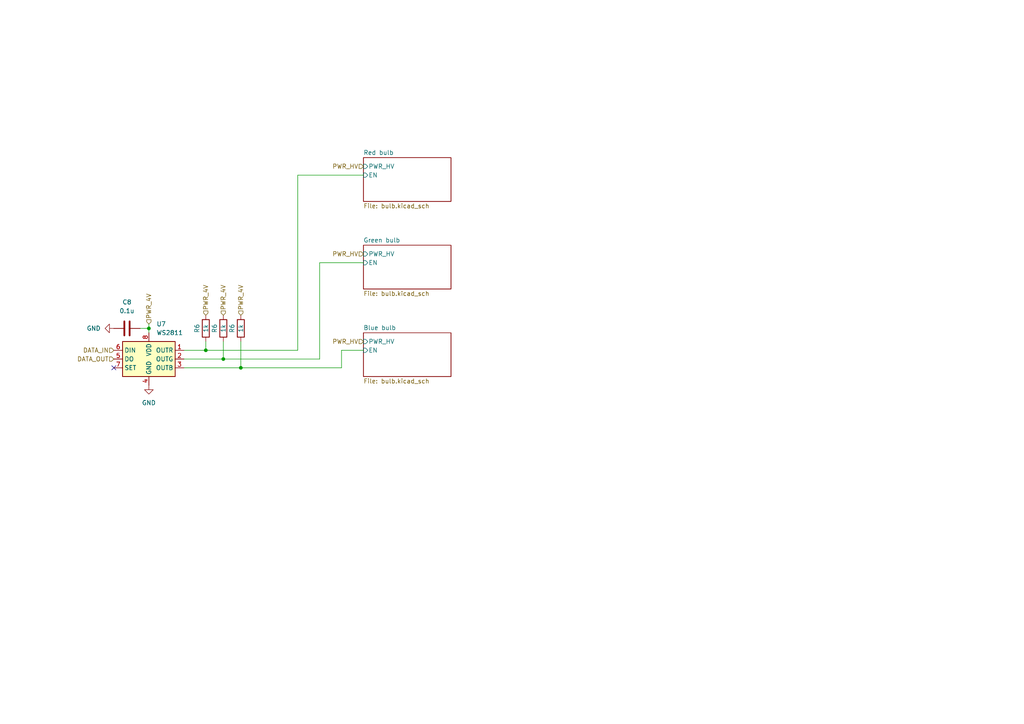
<source format=kicad_sch>
(kicad_sch (version 20230121) (generator eeschema)
  (paper "A4")
  (lib_symbols
    (symbol "Device:C" (pin_numbers hide) (pin_names (offset 0.254))
      (property "Reference" "C" (at 0.635 2.54 0))
      (property "Value" "C" (at 0.635 -2.54 0))
      (symbol "C_0_1"
        (polyline (pts (xy -2.032 -0.762) (xy 2.032 -0.762)) (stroke (width 0.508)))
        (polyline (pts (xy -2.032 0.762) (xy 2.032 0.762)) (stroke (width 0.508)))
      )
      (symbol "C_1_1"
        (pin passive line (at 0 3.81 270) (length 2.794) (name "~") (number "1"))
        (pin passive line (at 0 -3.81 90) (length 2.794) (name "~") (number "2"))
      )
    )
    (symbol "Device:R" (pin_numbers hide) (pin_names (offset 0))
      (property "Reference" "R" (at 2.032 0 90))
      (property "Value" "R" (at 0 0 90))
      (symbol "R_0_1"
        (rectangle (start -1.016 -2.54) (end 1.016 2.54) (stroke (width 0.254)))
      )
      (symbol "R_1_1"
        (pin passive line (at 0 3.81 270) (length 1.27) (name "~") (number "1"))
        (pin passive line (at 0 -3.81 90) (length 1.27) (name "~") (number "2"))
      )
    )
    (symbol "Driver_LED:WS2811"
      (property "Reference" "U" (at -6.35 6.35 0))
      (property "Value" "WS2811" (at 5.08 6.35 0))
      (symbol "WS2811_0_1"
        (rectangle (start -7.62 5.08) (end 7.62 -5.08) (stroke (width 0.254)) (fill (type background)))
      )
      (symbol "WS2811_1_1"
        (pin output line (at 10.16 2.54 180) (length 2.54) (name "OUTR") (number "1"))
        (pin output line (at 10.16 0 180) (length 2.54) (name "OUTG") (number "2"))
        (pin output line (at 10.16 -2.54 180) (length 2.54) (name "OUTB") (number "3"))
        (pin power_in line (at 0 -7.62 90) (length 2.54) (name "GND") (number "4"))
        (pin output line (at -10.16 0 0) (length 2.54) (name "DO") (number "5"))
        (pin input line (at -10.16 2.54 0) (length 2.54) (name "DIN") (number "6"))
        (pin input line (at -10.16 -2.54 0) (length 2.54) (name "SET") (number "7"))
        (pin power_in line (at 0 7.62 270) (length 2.54) (name "VDD") (number "8"))
      )
    )
    (symbol "power:GND" (power) (pin_names (offset 0))
      (property "Value" "GND" (at 0 -3.81 0))
      (symbol "GND_0_1"
        (polyline (pts (xy 0 0) (xy 0 -1.27) (xy 1.27 -1.27) (xy 0 -2.54) (xy -1.27 -1.27) (xy 0 -1.27)))
      )
      (symbol "GND_1_1"
        (pin power_in line (at 0 0 270) (length 0) hide (name "GND") (number "1"))
      )
    )
  )
  (junction (at 59.69 101.6))
  (junction (at 69.85 106.68))
  (junction (at 43.18 95.25))
  (junction (at 64.77 104.14))
  (no_connect (at 33.02 106.68))
  (wire (pts (xy 53.34 106.68) (xy 69.85 106.68)))
  (wire (pts (xy 69.85 106.68) (xy 99.06 106.68)))
  (wire (pts (xy 53.34 101.6) (xy 59.69 101.6)))
  (wire (pts (xy 53.34 104.14) (xy 64.77 104.14)))
  (wire (pts (xy 43.18 93.98) (xy 43.18 95.25)))
  (wire (pts (xy 40.64 95.25) (xy 43.18 95.25)))
  (wire (pts (xy 86.36 50.8) (xy 105.41 50.8)))
  (wire (pts (xy 99.06 106.68) (xy 99.06 101.6)))
  (wire (pts (xy 69.85 99.06) (xy 69.85 106.68)))
  (wire (pts (xy 86.36 101.6) (xy 86.36 50.8)))
  (wire (pts (xy 64.77 99.06) (xy 64.77 104.14)))
  (wire (pts (xy 92.71 104.14) (xy 92.71 76.2)))
  (wire (pts (xy 59.69 99.06) (xy 59.69 101.6)))
  (wire (pts (xy 59.69 101.6) (xy 86.36 101.6)))
  (wire (pts (xy 92.71 76.2) (xy 105.41 76.2)))
  (wire (pts (xy 43.18 95.25) (xy 43.18 96.52)))
  (wire (pts (xy 99.06 101.6) (xy 105.41 101.6)))
  (wire (pts (xy 64.77 104.14) (xy 92.71 104.14)))
  (hierarchical_label "PWR_HV" (shape input) (at 105.41 73.66 180))
  (hierarchical_label "DATA_IN" (shape input) (at 33.02 101.6 180))
  (hierarchical_label "PWR_4V" (shape input) (at 64.77 91.44 90))
  (hierarchical_label "PWR_4V" (shape input) (at 59.69 91.44 90))
  (hierarchical_label "PWR_4V" (shape input) (at 43.18 93.98 90))
  (hierarchical_label "PWR_HV" (shape input) (at 105.41 48.26 180))
  (hierarchical_label "PWR_HV" (shape input) (at 105.41 99.06 180))
  (hierarchical_label "PWR_4V" (shape input) (at 69.85 91.44 90))
  (hierarchical_label "DATA_OUT" (shape input) (at 33.02 104.14 180))
  (symbol (lib_id "Device:R") (at 64.77 95.25 180) (unit 1)
    (property "Reference" "R6" (at 62.23 95.25 90))
    (property "Value" "1k" (at 64.77 95.25 90))
    (property "Footprint" "Resistor_SMD:R_0402_1005Metric" (effects hide))
    (instances (project "neon_christmas_tree_pcb" (path "" (reference "R6") (unit 1)) (path "" (reference "R13") (unit 1)) (path "" (reference "R27") (unit 1)) (path "" (reference "R29") (unit 1)) (path "" (reference "R8") (unit 1)) (path "" (reference "R37") (unit 1)) (path "" (reference "R35") (unit 1)) (path "" (reference "R6") (unit 1)) (path "" (reference "R31") (unit 1)) (path "" (reference "R9") (unit 1)) (path "" (reference "R33") (unit 1)) (path "" (reference "R15") (unit 1)) (path "" (reference "R14") (unit 1))) (project "neon_bulb_clock_pixel_pcb" (path "" (reference "R1") (unit 1))) (project "neon_bulb_matrix2" (path "" (reference "R6") (unit 1))))
  )
  (symbol (lib_id "Driver_LED:WS2811") (at 43.18 104.14 0) (unit 1)
    (property "Reference" "U7" (at 45.3741 93.98 0) (effects (justify left)))
    (property "Value" "WS2811" (at 45.3741 96.52 0) (effects (justify left)))
    (property "Footprint" "__my:FSOP8" (effects hide))
    (property "Datasheet" "https://cdn-shop.adafruit.com/datasheets/WS2811.pdf" (effects hide))
    (instances (project "neon_christmas_tree_pcb" (path "" (reference "U7") (unit 1)) (path "" (reference "U2") (unit 1)) (path "" (reference "U6") (unit 1)) (path "" (reference "U7") (unit 1))))
  )
  (symbol (lib_id "power:GND") (at 33.02 95.25 270) (mirror x) (unit 1)
    (property "Reference" "#PWR026" (effects hide))
    (property "Value" "GND" (at 29.21 95.25 90) (effects (justify right)))
    (instances (project "neon_christmas_tree_pcb" (path "" (reference "#PWR026") (unit 1)) (path "" (reference "#PWR027") (unit 1)) (path "" (reference "#PWR036") (unit 1)) (path "" (reference "#PWR084") (unit 1))) (project "neon_bulb_clock_pixel_pcb" (path "" (reference "#PWR04") (unit 1))) (project "neon_bulb_matrix2" (path "" (reference "#PWR025") (unit 1))))
  )
  (symbol (lib_id "Device:R") (at 69.85 95.25 180) (unit 1)
    (property "Reference" "R6" (at 67.31 95.25 90))
    (property "Value" "1k" (at 69.85 95.25 90))
    (property "Footprint" "Resistor_SMD:R_0402_1005Metric" (effects hide))
    (instances (project "neon_christmas_tree_pcb" (path "" (reference "R6") (unit 1)) (path "" (reference "R16") (unit 1)) (path "" (reference "R27") (unit 1)) (path "" (reference "R29") (unit 1)) (path "" (reference "R8") (unit 1)) (path "" (reference "R37") (unit 1)) (path "" (reference "R35") (unit 1)) (path "" (reference "R6") (unit 1)) (path "" (reference "R31") (unit 1)) (path "" (reference "R9") (unit 1)) (path "" (reference "R33") (unit 1)) (path "" (reference "R18") (unit 1)) (path "" (reference "R17") (unit 1))) (project "neon_bulb_clock_pixel_pcb" (path "" (reference "R1") (unit 1))) (project "neon_bulb_matrix2" (path "" (reference "R6") (unit 1))))
  )
  (symbol (lib_id "power:GND") (at 43.18 111.76 0) (unit 1)
    (property "Reference" "#PWR027" (effects hide))
    (property "Value" "GND" (at 43.18 116.84 0))
    (instances (project "neon_christmas_tree_pcb" (path "" (reference "#PWR027") (unit 1)) (path "" (reference "#PWR026") (unit 1)) (path "" (reference "#PWR037") (unit 1)) (path "" (reference "#PWR085") (unit 1))) (project "neon_bulb_clock_pixel_pcb" (path "" (reference "#PWR02") (unit 1))) (project "neon_bulb_matrix2" (path "" (reference "#PWR022") (unit 1))))
  )
  (symbol (lib_id "Device:R") (at 59.69 95.25 180) (unit 1)
    (property "Reference" "R6" (at 57.15 95.25 90))
    (property "Value" "1k" (at 59.69 95.25 90))
    (property "Footprint" "Resistor_SMD:R_0402_1005Metric" (effects hide))
    (instances (project "neon_christmas_tree_pcb" (path "" (reference "R6") (unit 1)) (path "" (reference "R6") (unit 1)) (path "" (reference "R27") (unit 1)) (path "" (reference "R29") (unit 1)) (path "" (reference "R8") (unit 1)) (path "" (reference "R37") (unit 1)) (path "" (reference "R35") (unit 1)) (path "" (reference "R6") (unit 1)) (path "" (reference "R31") (unit 1)) (path "" (reference "R9") (unit 1)) (path "" (reference "R33") (unit 1)) (path "" (reference "R9") (unit 1)) (path "" (reference "R8") (unit 1))) (project "neon_bulb_clock_pixel_pcb" (path "" (reference "R1") (unit 1))) (project "neon_bulb_matrix2" (path "" (reference "R6") (unit 1))))
  )
  (symbol (lib_id "Device:C") (at 36.83 95.25 90) (unit 1)
    (property "Reference" "C8" (at 36.83 87.63 90))
    (property "Value" "0.1u" (at 36.83 90.17 90))
    (property "Footprint" "Capacitor_SMD:C_0402_1005Metric" (effects hide))
    (instances (project "neon_bulb_matrix_test" (path "" (reference "C8") (unit 1)) (path "" (reference "C11") (unit 1))) (project "neon_christmas_tree_pcb" (path "" (reference "C23") (unit 1)) (path "" (reference "C15") (unit 1)) (path "" (reference "C5") (unit 1)) (path "" (reference "C24") (unit 1))))
  )
  (sheet (at 105.41 45.72) (size 25.4 12.7) (stroke (width 0.1524))
    (property "Sheetname" "Red bulb" (at 105.41 45.0084 0) (effects (justify left bottom)))
    (property "Sheetfile" "bulb.kicad_sch" (at 105.41 59.0046 0) (effects (justify left top)))
    (pin "EN" input (at 105.41 50.8 180))
    (pin "PWR_HV" input (at 105.41 48.26 180))
  )
  (sheet (at 105.41 96.52) (size 25.4 12.7) (stroke (width 0.1524))
    (property "Sheetname" "Blue bulb" (at 105.41 95.8084 0) (effects (justify left bottom)))
    (property "Sheetfile" "bulb.kicad_sch" (at 105.41 109.8046 0) (effects (justify left top)))
    (pin "EN" input (at 105.41 101.6 180))
    (pin "PWR_HV" input (at 105.41 99.06 180))
  )
  (sheet (at 105.41 71.12) (size 25.4 12.7) (stroke (width 0.1524))
    (property "Sheetname" "Green bulb" (at 105.41 70.4084 0) (effects (justify left bottom)))
    (property "Sheetfile" "bulb.kicad_sch" (at 105.41 84.4046 0) (effects (justify left top)))
    (pin "EN" input (at 105.41 76.2 180))
    (pin "PWR_HV" input (at 105.41 73.66 180))
  )
)
</source>
